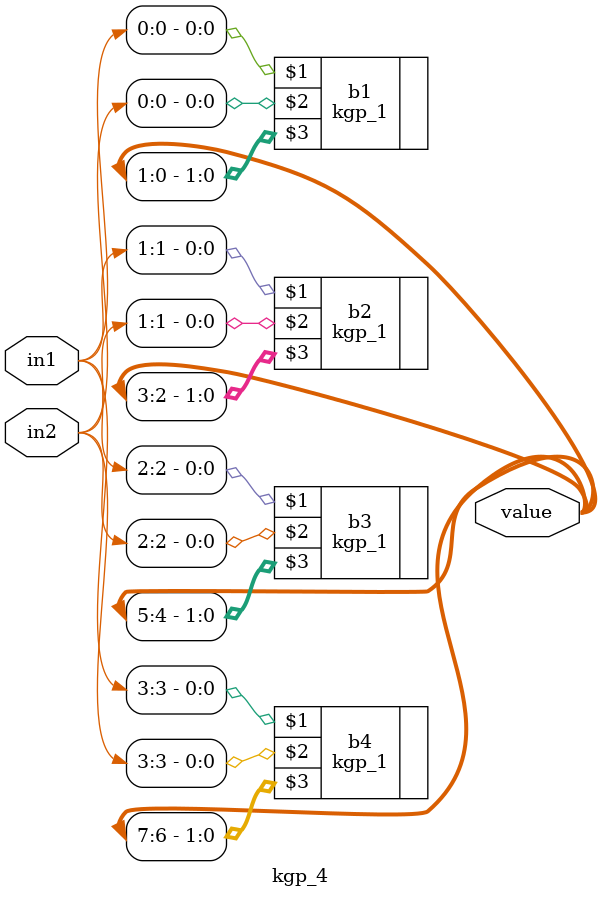
<source format=v>
`include "kgp_1.v"
module kgp_4(
	input [3:0] in1, 
	input [3:0] in2, 
	output[7:0] value
);

kgp_1 b1(in1[0], in2[0], value[1:0]);
kgp_1 b2(in1[1], in2[1], value[3:2]);
kgp_1 b3(in1[2], in2[2], value[5:4]);
kgp_1 b4(in1[3], in2[3], value[7:6]);
endmodule

</source>
